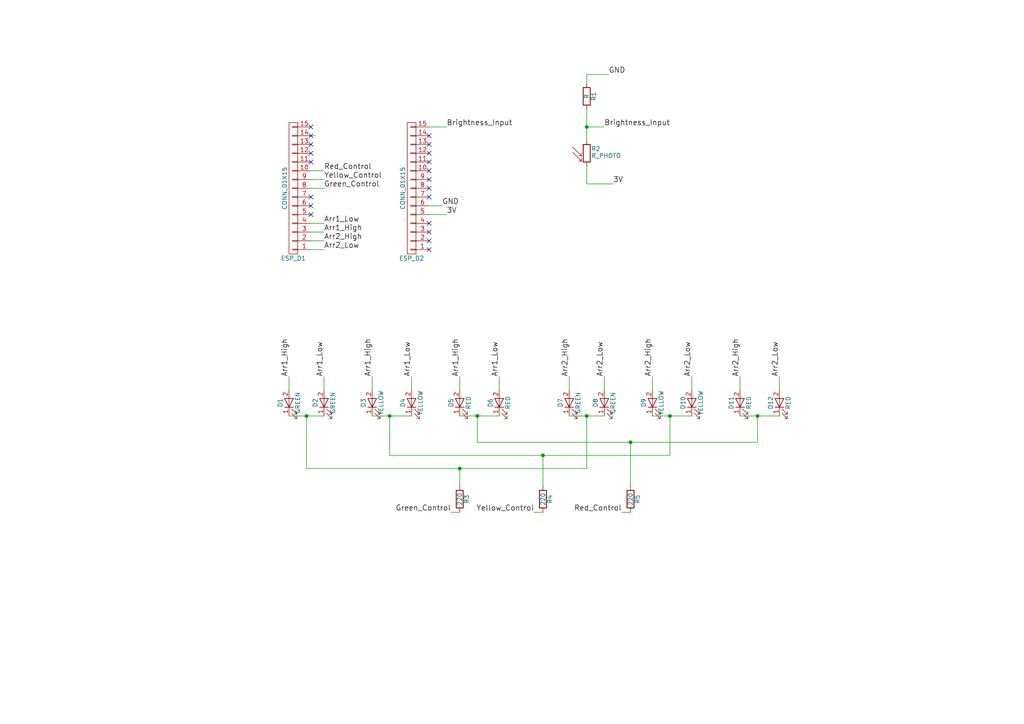
<source format=kicad_sch>
(kicad_sch (version 20230121) (generator eeschema)
  (paper "A4")
  (title_block (title "Luchtlampje 1.0") (date "2018-05-14") (rev "0.1") (company "Pieter Vander Vennet"))
  (lib_symbols
    (symbol "LuchtLampje-rescue:CONN_01X15" (pin_names (offset 1.016) hide)
      (property "Reference" "J" (at 0 20.32 0))
      (property "Value" "CONN_01X15" (at 2.54 0 90))
      (symbol "CONN_01X15_0_1"
        (rectangle (start -1.27 -17.653) (end 0.254 -17.907))
        (rectangle (start -1.27 -15.113) (end 0.254 -15.367))
        (rectangle (start -1.27 -12.573) (end 0.254 -12.827))
        (rectangle (start -1.27 -10.033) (end 0.254 -10.287))
        (rectangle (start -1.27 -7.493) (end 0.254 -7.747))
        (rectangle (start -1.27 -4.953) (end 0.254 -5.207))
        (rectangle (start -1.27 -2.413) (end 0.254 -2.667))
        (rectangle (start -1.27 0.127) (end 0.254 -0.127))
        (rectangle (start -1.27 2.667) (end 0.254 2.413))
        (rectangle (start -1.27 5.207) (end 0.254 4.953))
        (rectangle (start -1.27 7.747) (end 0.254 7.493))
        (rectangle (start -1.27 10.287) (end 0.254 10.033))
        (rectangle (start -1.27 12.827) (end 0.254 12.573))
        (rectangle (start -1.27 15.367) (end 0.254 15.113))
        (rectangle (start -1.27 17.907) (end 0.254 17.653))
        (rectangle (start -1.27 19.05) (end 1.27 -19.05))
      )
      (symbol "CONN_01X15_1_1"
        (pin passive line (at -5.08 17.78 0) (length 3.81) (name "P1") (number "1"))
        (pin passive line (at -5.08 -5.08 0) (length 3.81) (name "P10") (number "10"))
        (pin passive line (at -5.08 -7.62 0) (length 3.81) (name "P11") (number "11"))
        (pin passive line (at -5.08 -10.16 0) (length 3.81) (name "P12") (number "12"))
        (pin passive line (at -5.08 -12.7 0) (length 3.81) (name "P13") (number "13"))
        (pin passive line (at -5.08 -15.24 0) (length 3.81) (name "P14") (number "14"))
        (pin passive line (at -5.08 -17.78 0) (length 3.81) (name "P15") (number "15"))
        (pin passive line (at -5.08 15.24 0) (length 3.81) (name "P2") (number "2"))
        (pin passive line (at -5.08 12.7 0) (length 3.81) (name "P3") (number "3"))
        (pin passive line (at -5.08 10.16 0) (length 3.81) (name "P4") (number "4"))
        (pin passive line (at -5.08 7.62 0) (length 3.81) (name "P5") (number "5"))
        (pin passive line (at -5.08 5.08 0) (length 3.81) (name "P6") (number "6"))
        (pin passive line (at -5.08 2.54 0) (length 3.81) (name "P7") (number "7"))
        (pin passive line (at -5.08 0 0) (length 3.81) (name "P8") (number "8"))
        (pin passive line (at -5.08 -2.54 0) (length 3.81) (name "P9") (number "9"))
      )
    )
    (symbol "LuchtLampje-rescue:LED" (pin_names (offset 1.016) hide)
      (property "Reference" "D" (at 0 2.54 0))
      (property "Value" "LED" (at 0 -2.54 0))
      (symbol "LED_0_1"
        (polyline (pts (xy -1.27 -1.27) (xy -1.27 1.27)) (stroke (width 0.2032)))
        (polyline (pts (xy -1.27 0) (xy 1.27 0)))
        (polyline (pts (xy 1.27 -1.27) (xy 1.27 1.27) (xy -1.27 0) (xy 1.27 -1.27)) (stroke (width 0.2032)))
        (polyline (pts (xy -3.048 -0.762) (xy -4.572 -2.286) (xy -3.81 -2.286) (xy -4.572 -2.286) (xy -4.572 -1.524)))
        (polyline (pts (xy -1.778 -0.762) (xy -3.302 -2.286) (xy -2.54 -2.286) (xy -3.302 -2.286) (xy -3.302 -1.524)))
      )
      (symbol "LED_1_1"
        (pin passive line (at -3.81 0 0) (length 2.54) (name "K") (number "1"))
        (pin passive line (at 3.81 0 180) (length 2.54) (name "A") (number "2"))
      )
    )
    (symbol "LuchtLampje-rescue:R" (pin_numbers hide) (pin_names (offset 0))
      (property "Reference" "R" (at 2.032 0 90))
      (property "Value" "R" (at 0 0 90))
      (symbol "R_0_1"
        (rectangle (start -1.016 -2.54) (end 1.016 2.54) (stroke (width 0.254)))
      )
      (symbol "R_1_1"
        (pin passive line (at 0 3.81 270) (length 1.27) (name "~") (number "1"))
        (pin passive line (at 0 -3.81 90) (length 1.27) (name "~") (number "2"))
      )
    )
    (symbol "LuchtLampje-rescue:R_PHOTO" (pin_numbers hide) (pin_names (offset 0))
      (property "Reference" "R" (at 1.27 1.27 0))
      (property "Value" "R_PHOTO" (at 1.27 0 0))
      (symbol "R_PHOTO_0_1"
        (rectangle (start -1.016 2.54) (end 1.016 -2.54) (stroke (width 0.254)))
        (polyline (pts (xy -1.524 -2.286) (xy -4.064 0.254)))
        (polyline (pts (xy -1.524 -2.286) (xy -2.286 -2.286)))
        (polyline (pts (xy -1.524 -2.286) (xy -1.524 -1.524)))
        (polyline (pts (xy -1.524 -0.762) (xy -4.064 1.778)))
        (polyline (pts (xy -1.524 -0.762) (xy -2.286 -0.762)))
        (polyline (pts (xy -1.524 -0.762) (xy -1.524 0)))
      )
      (symbol "R_PHOTO_1_1"
        (pin passive line (at 0 3.81 270) (length 1.27) (name "~") (number "1"))
        (pin passive line (at 0 -3.81 90) (length 1.27) (name "~") (number "2"))
      )
    )
  )
  (junction (at 88.9 120.65))
  (junction (at 182.88 128.27))
  (junction (at 138.43 120.65))
  (junction (at 194.31 120.65))
  (junction (at 133.35 135.89))
  (junction (at 170.18 120.65))
  (junction (at 219.71 120.65))
  (junction (at 170.18 36.83))
  (junction (at 157.48 132.08))
  (junction (at 113.03 120.65))
  (no_connect (at 90.17 46.99))
  (no_connect (at 124.46 46.99))
  (no_connect (at 124.46 69.85))
  (no_connect (at 90.17 59.69))
  (no_connect (at 90.17 62.23))
  (no_connect (at 124.46 39.37))
  (no_connect (at 124.46 49.53))
  (no_connect (at 124.46 54.61))
  (no_connect (at 124.46 64.77))
  (no_connect (at 90.17 57.15))
  (no_connect (at 90.17 36.83))
  (no_connect (at 124.46 41.91))
  (no_connect (at 124.46 52.07))
  (no_connect (at 124.46 57.15))
  (no_connect (at 124.46 72.39))
  (no_connect (at 90.17 41.91))
  (no_connect (at 90.17 44.45))
  (no_connect (at 90.17 39.37))
  (no_connect (at 124.46 44.45))
  (no_connect (at 124.46 67.31))
  (wire (pts (xy 113.03 132.08) (xy 113.03 120.65)))
  (wire (pts (xy 129.54 36.83) (xy 124.46 36.83)))
  (wire (pts (xy 83.82 120.65) (xy 88.9 120.65)))
  (wire (pts (xy 214.63 120.65) (xy 219.71 120.65)))
  (wire (pts (xy 144.78 109.22) (xy 144.78 113.03)))
  (wire (pts (xy 177.8 53.34) (xy 170.18 53.34)))
  (wire (pts (xy 88.9 135.89) (xy 88.9 120.65)))
  (wire (pts (xy 165.1 120.65) (xy 170.18 120.65)))
  (wire (pts (xy 93.98 64.77) (xy 90.17 64.77)))
  (wire (pts (xy 226.06 109.22) (xy 226.06 113.03)))
  (wire (pts (xy 180.34 148.59) (xy 182.88 148.59)))
  (wire (pts (xy 133.35 120.65) (xy 138.43 120.65)))
  (wire (pts (xy 128.27 59.69) (xy 124.46 59.69)))
  (wire (pts (xy 189.23 120.65) (xy 194.31 120.65)))
  (wire (pts (xy 90.17 49.53) (xy 93.98 49.53)))
  (wire (pts (xy 157.48 132.08) (xy 157.48 140.97)))
  (wire (pts (xy 170.18 21.59) (xy 170.18 24.13)))
  (wire (pts (xy 170.18 53.34) (xy 170.18 48.26)))
  (wire (pts (xy 129.54 62.23) (xy 124.46 62.23)))
  (wire (pts (xy 90.17 54.61) (xy 93.98 54.61)))
  (wire (pts (xy 133.35 140.97) (xy 133.35 135.89)))
  (wire (pts (xy 88.9 135.89) (xy 133.35 135.89)))
  (wire (pts (xy 176.53 21.59) (xy 170.18 21.59)))
  (wire (pts (xy 194.31 132.08) (xy 194.31 120.65)))
  (wire (pts (xy 138.43 120.65) (xy 144.78 120.65)))
  (wire (pts (xy 133.35 109.22) (xy 133.35 113.03)))
  (wire (pts (xy 130.81 148.59) (xy 133.35 148.59)))
  (wire (pts (xy 93.98 67.31) (xy 90.17 67.31)))
  (wire (pts (xy 170.18 36.83) (xy 170.18 40.64)))
  (wire (pts (xy 189.23 109.22) (xy 189.23 113.03)))
  (wire (pts (xy 154.94 148.59) (xy 157.48 148.59)))
  (wire (pts (xy 107.95 120.65) (xy 113.03 120.65)))
  (wire (pts (xy 88.9 120.65) (xy 93.98 120.65)))
  (wire (pts (xy 170.18 120.65) (xy 175.26 120.65)))
  (wire (pts (xy 165.1 109.22) (xy 165.1 113.03)))
  (wire (pts (xy 194.31 120.65) (xy 200.66 120.65)))
  (wire (pts (xy 175.26 109.22) (xy 175.26 113.03)))
  (wire (pts (xy 138.43 128.27) (xy 182.88 128.27)))
  (wire (pts (xy 113.03 132.08) (xy 157.48 132.08)))
  (wire (pts (xy 93.98 109.22) (xy 93.98 113.03)))
  (wire (pts (xy 83.82 109.22) (xy 83.82 113.03)))
  (wire (pts (xy 219.71 128.27) (xy 219.71 120.65)))
  (wire (pts (xy 200.66 109.22) (xy 200.66 113.03)))
  (wire (pts (xy 91.44 39.37) (xy 90.17 39.37)))
  (wire (pts (xy 182.88 128.27) (xy 182.88 140.97)))
  (wire (pts (xy 182.88 128.27) (xy 219.71 128.27)))
  (wire (pts (xy 157.48 132.08) (xy 194.31 132.08)))
  (wire (pts (xy 170.18 36.83) (xy 175.26 36.83)))
  (wire (pts (xy 138.43 128.27) (xy 138.43 120.65)))
  (wire (pts (xy 133.35 135.89) (xy 170.18 135.89)))
  (wire (pts (xy 170.18 31.75) (xy 170.18 36.83)))
  (wire (pts (xy 93.98 72.39) (xy 90.17 72.39)))
  (wire (pts (xy 93.98 69.85) (xy 90.17 69.85)))
  (wire (pts (xy 107.95 109.22) (xy 107.95 113.03)))
  (wire (pts (xy 214.63 109.22) (xy 214.63 113.03)))
  (wire (pts (xy 113.03 120.65) (xy 119.38 120.65)))
  (wire (pts (xy 219.71 120.65) (xy 226.06 120.65)))
  (wire (pts (xy 170.18 135.89) (xy 170.18 120.65)))
  (wire (pts (xy 119.38 109.22) (xy 119.38 113.03)))
  (wire (pts (xy 93.98 52.07) (xy 90.17 52.07)))
  (label "Red_Control" (at 180.34 148.59 180) (effects (font (size 1.524 1.524))))
  (label "3V" (at 177.8 53.34 0) (effects (font (size 1.524 1.524))))
  (label "Brightness_Input" (at 175.26 36.83 0) (effects (font (size 1.524 1.524))))
  (label "Arr1_High" (at 107.95 109.22 90) (effects (font (size 1.524 1.524))))
  (label "Arr2_High" (at 165.1 109.22 90) (effects (font (size 1.524 1.524))))
  (label "GND" (at 176.53 21.59 0) (effects (font (size 1.524 1.524))))
  (label "Arr1_Low" (at 119.38 109.22 90) (effects (font (size 1.524 1.524))))
  (label "Arr2_Low" (at 200.66 109.22 90) (effects (font (size 1.524 1.524))))
  (label "Arr2_Low" (at 93.98 72.39 0) (effects (font (size 1.524 1.524))))
  (label "Arr2_High" (at 214.63 109.22 90) (effects (font (size 1.524 1.524))))
  (label "Arr1_High" (at 93.98 67.31 0) (effects (font (size 1.524 1.524))))
  (label "Arr2_Low" (at 226.06 109.22 90) (effects (font (size 1.524 1.524))))
  (label "Yellow_Control" (at 93.98 52.07 0) (effects (font (size 1.524 1.524))))
  (label "Arr2_High" (at 93.98 69.85 0) (effects (font (size 1.524 1.524))))
  (label "Yellow_Control" (at 154.94 148.59 180) (effects (font (size 1.524 1.524))))
  (label "GND" (at 128.27 59.69 0) (effects (font (size 1.524 1.524))))
  (label "Arr1_High" (at 133.35 109.22 90) (effects (font (size 1.524 1.524))))
  (label "Arr1_Low" (at 93.98 64.77 0) (effects (font (size 1.524 1.524))))
  (label "Arr2_High" (at 189.23 109.22 90) (effects (font (size 1.524 1.524))))
  (label "Arr1_Low" (at 144.78 109.22 90) (effects (font (size 1.524 1.524))))
  (label "Arr2_Low" (at 175.26 109.22 90) (effects (font (size 1.524 1.524))))
  (label "Green_Control" (at 130.81 148.59 180) (effects (font (size 1.524 1.524))))
  (label "Arr1_High" (at 83.82 109.22 90) (effects (font (size 1.524 1.524))))
  (label "Brightness_Input" (at 129.54 36.83 0) (effects (font (size 1.524 1.524))))
  (label "Arr1_Low" (at 93.98 109.22 90) (effects (font (size 1.524 1.524))))
  (label "Red_Control" (at 93.98 49.53 0) (effects (font (size 1.524 1.524))))
  (label "3V" (at 129.54 62.23 0) (effects (font (size 1.524 1.524))))
  (label "Green_Control" (at 93.98 54.61 0) (effects (font (size 1.524 1.524))))
  (symbol (lib_id "LuchtLampje-rescue:LED") (at 83.82 116.84 90) (unit 1)
    (property "Reference" "D1" (at 81.28 116.84 0))
    (property "Value" "GREEN" (at 86.36 116.84 0))
    (property "Footprint" "LEDs:LED_D5.0mm" (effects hide))
  )
  (symbol (lib_id "LuchtLampje-rescue:CONN_01X15") (at 85.09 54.61 180) (unit 1)
    (property "Reference" "ESP_D1" (at 85.09 74.93 0))
    (property "Value" "CONN_01X15" (at 82.55 54.61 90))
    (property "Footprint" "Socket_Strips:Socket_Strip_Straight_1x15_Pitch2.54mm" (effects hide))
  )
  (symbol (lib_id "LuchtLampje-rescue:LED") (at 93.98 116.84 90) (unit 1)
    (property "Reference" "D2" (at 91.44 116.84 0))
    (property "Value" "GREEN" (at 96.52 116.84 0))
    (property "Footprint" "LEDs:LED_D5.0mm" (effects hide))
  )
  (symbol (lib_id "LuchtLampje-rescue:LED") (at 107.95 116.84 90) (unit 1)
    (property "Reference" "D3" (at 105.41 116.84 0))
    (property "Value" "YELLOW" (at 110.49 116.84 0))
    (property "Footprint" "LEDs:LED_D5.0mm" (effects hide))
  )
  (symbol (lib_id "LuchtLampje-rescue:LED") (at 119.38 116.84 90) (unit 1)
    (property "Reference" "D4" (at 116.84 116.84 0))
    (property "Value" "YELLOW" (at 121.92 116.84 0))
    (property "Footprint" "LEDs:LED_D5.0mm" (effects hide))
  )
  (symbol (lib_id "LuchtLampje-rescue:LED") (at 133.35 116.84 90) (unit 1)
    (property "Reference" "D5" (at 130.81 116.84 0))
    (property "Value" "RED" (at 135.89 116.84 0))
    (property "Footprint" "LEDs:LED_D5.0mm" (effects hide))
  )
  (symbol (lib_id "LuchtLampje-rescue:LED") (at 144.78 116.84 90) (unit 1)
    (property "Reference" "D6" (at 142.24 116.84 0))
    (property "Value" "RED" (at 147.32 116.84 0))
    (property "Footprint" "LEDs:LED_D5.0mm" (effects hide))
  )
  (symbol (lib_id "LuchtLampje-rescue:LED") (at 165.1 116.84 90) (unit 1)
    (property "Reference" "D7" (at 162.56 116.84 0))
    (property "Value" "GREEN" (at 167.64 116.84 0))
    (property "Footprint" "LEDs:LED_D5.0mm" (effects hide))
  )
  (symbol (lib_id "LuchtLampje-rescue:LED") (at 175.26 116.84 90) (unit 1)
    (property "Reference" "D8" (at 172.72 116.84 0))
    (property "Value" "GREEN" (at 177.8 116.84 0))
    (property "Footprint" "LEDs:LED_D5.0mm" (effects hide))
  )
  (symbol (lib_id "LuchtLampje-rescue:LED") (at 189.23 116.84 90) (unit 1)
    (property "Reference" "D9" (at 186.69 116.84 0))
    (property "Value" "YELLOW" (at 191.77 116.84 0))
    (property "Footprint" "LEDs:LED_D5.0mm" (effects hide))
  )
  (symbol (lib_id "LuchtLampje-rescue:LED") (at 200.66 116.84 90) (unit 1)
    (property "Reference" "D10" (at 198.12 116.84 0))
    (property "Value" "YELLOW" (at 203.2 116.84 0))
    (property "Footprint" "LEDs:LED_D5.0mm" (effects hide))
  )
  (symbol (lib_id "LuchtLampje-rescue:LED") (at 214.63 116.84 90) (unit 1)
    (property "Reference" "D11" (at 212.09 116.84 0))
    (property "Value" "RED" (at 217.17 116.84 0))
    (property "Footprint" "LEDs:LED_D5.0mm" (effects hide))
  )
  (symbol (lib_id "LuchtLampje-rescue:LED") (at 226.06 116.84 90) (unit 1)
    (property "Reference" "D12" (at 223.52 116.84 0))
    (property "Value" "RED" (at 228.6 116.84 0))
    (property "Footprint" "LEDs:LED_D5.0mm" (effects hide))
  )
  (symbol (lib_id "LuchtLampje-rescue:CONN_01X15") (at 119.38 54.61 180) (unit 1)
    (property "Reference" "ESP_D2" (at 119.38 74.93 0))
    (property "Value" "CONN_01X15" (at 116.84 54.61 90))
    (property "Footprint" "Socket_Strips:Socket_Strip_Straight_1x15_Pitch2.54mm" (effects hide))
  )
  (symbol (lib_id "LuchtLampje-rescue:R") (at 133.35 144.78 0) (unit 1)
    (property "Reference" "R3" (at 135.382 144.78 90))
    (property "Value" "220" (at 133.35 144.78 90))
    (property "Footprint" "Resistors_THT:R_Axial_DIN0411_L9.9mm_D3.6mm_P12.70mm_Horizontal" (effects hide))
  )
  (symbol (lib_id "LuchtLampje-rescue:R") (at 157.48 144.78 0) (unit 1)
    (property "Reference" "R4" (at 159.512 144.78 90))
    (property "Value" "220" (at 157.48 144.78 90))
    (property "Footprint" "Resistors_THT:R_Axial_DIN0411_L9.9mm_D3.6mm_P12.70mm_Horizontal" (effects hide))
  )
  (symbol (lib_id "LuchtLampje-rescue:R") (at 182.88 144.78 0) (unit 1)
    (property "Reference" "R5" (at 184.912 144.78 90))
    (property "Value" "220" (at 182.88 144.78 90))
    (property "Footprint" "Resistors_THT:R_Axial_DIN0411_L9.9mm_D3.6mm_P12.70mm_Horizontal" (effects hide))
  )
  (symbol (lib_id "LuchtLampje-rescue:R_PHOTO") (at 170.18 44.45 0) (unit 1)
    (property "Reference" "R2" (at 171.45 43.18 0) (effects (justify left)))
    (property "Value" "R_PHOTO" (at 171.45 44.45 0) (effects (justify left top)))
    (property "Footprint" "Discret:R1" (effects hide))
  )
  (symbol (lib_id "LuchtLampje-rescue:R") (at 170.18 27.94 0) (unit 1)
    (property "Reference" "R1" (at 172.212 27.94 90))
    (property "Value" "R" (at 170.18 27.94 90))
    (property "Footprint" "Resistors_THT:R_Axial_DIN0411_L9.9mm_D3.6mm_P12.70mm_Horizontal" (effects hide))
  )
)
</source>
